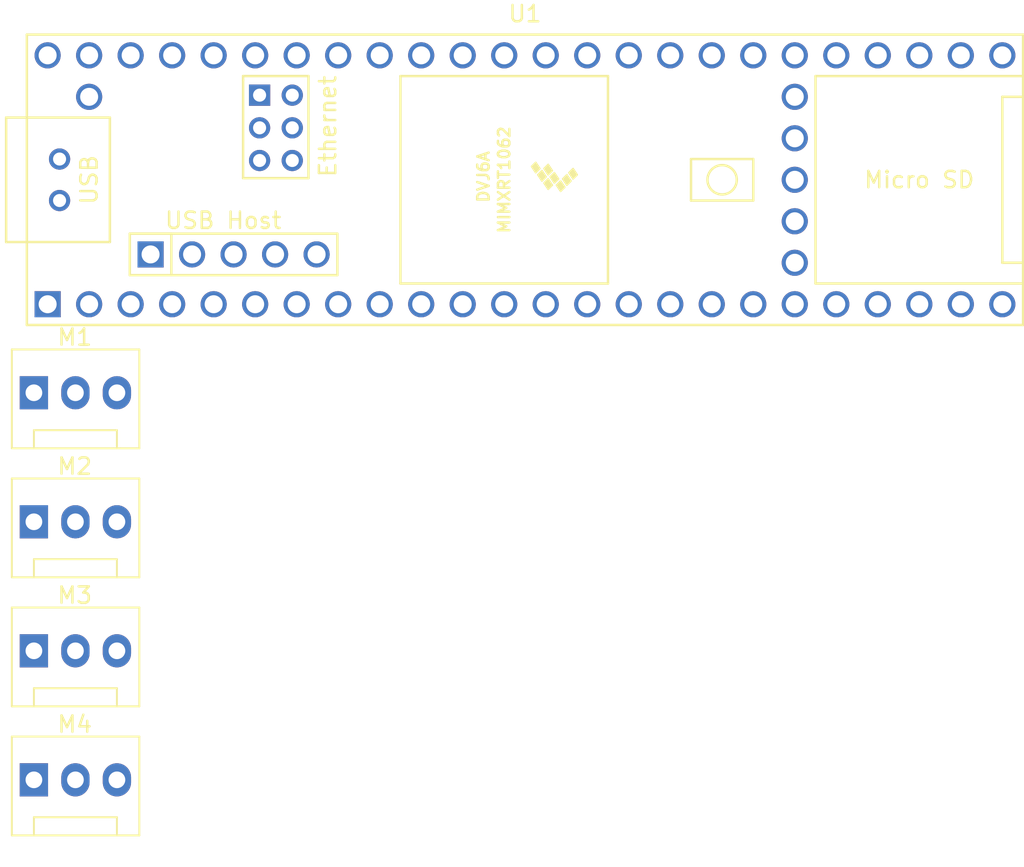
<source format=kicad_pcb>
(kicad_pcb (version 20221018) (generator pcbnew)
  (layers (0 "F.Cu" signal) (31 "B.Cu" signal) (34 "B.Paste" user) (35 "F.Paste" user) (36 "B.SilkS" user "B.Silkscreen") (37 "F.SilkS" user "F.Silkscreen") (38 "B.Mask" user) (39 "F.Mask" user) (44 "Edge.Cuts" user))
  (net 0 "")
  (net 1 "Net-(M1-PWM)")
  (net 3 "Net-(M1--)")
  (net 4 "Net-(M2-PWM)")
  (net 6 "Net-(M3-PWM)")
  (net 8 "Net-(M4-PWM)")
  (footprint "Connector:FanPinHeader_1x03_P2.54mm_Vertical" (layer "F.Cu") (at 116.84 84.66)
    (fp_text reference "M4" (at 2.5 -3.4) (layer "F.SilkS"))
    (fp_text value "Motor_Servo")
    (fp_line (start -1.35 -2.65) (end 6.45 -2.65) (stroke (width 0.12)) (layer "F.SilkS"))
    (fp_line (start -1.35 3.4) (end -1.35 -2.65) (stroke (width 0.12)) (layer "F.SilkS"))
    (fp_line (start 0 2.29) (end 5.08 2.29) (stroke (width 0.12)) (layer "F.SilkS"))
    (fp_line (start 0 3.3) (end 0 2.29) (stroke (width 0.12)) (layer "F.SilkS"))
    (fp_line (start 5.08 2.29) (end 5.08 3.3) (stroke (width 0.12)) (layer "F.SilkS"))
    (fp_line (start 6.45 -2.65) (end 6.45 3.4) (stroke (width 0.12)) (layer "F.SilkS"))
    (fp_line (start 6.45 3.4) (end -1.35 3.4) (stroke (width 0.12)) (layer "F.SilkS"))
    (pad "1" thru_hole rect (at 0 0 90) (size 2.03 1.73) (drill 1.02) (layers "*.Cu" "*.Mask") (net 8 "Net-(M4-PWM)"))
    (pad "2" thru_hole oval (at 2.54 0 90) (size 2.03 1.73) (drill 1.02) (layers "*.Cu" "*.Mask"))
    (pad "3" thru_hole oval (at 5.08 0 90) (size 2.03 1.73) (drill 1.02) (layers "*.Cu" "*.Mask") (net 3 "Net-(M1--)"))
  )
  (footprint "Connector:FanPinHeader_1x03_P2.54mm_Vertical" (layer "F.Cu") (at 116.84 60.96)
    (fp_text reference "M1" (at 2.5 -3.4) (layer "F.SilkS"))
    (fp_text value "Motor_Servo")
    (fp_line (start -1.35 -2.65) (end 6.45 -2.65) (stroke (width 0.12)) (layer "F.SilkS"))
    (fp_line (start -1.35 3.4) (end -1.35 -2.65) (stroke (width 0.12)) (layer "F.SilkS"))
    (fp_line (start 0 2.29) (end 5.08 2.29) (stroke (width 0.12)) (layer "F.SilkS"))
    (fp_line (start 0 3.3) (end 0 2.29) (stroke (width 0.12)) (layer "F.SilkS"))
    (fp_line (start 5.08 2.29) (end 5.08 3.3) (stroke (width 0.12)) (layer "F.SilkS"))
    (fp_line (start 6.45 -2.65) (end 6.45 3.4) (stroke (width 0.12)) (layer "F.SilkS"))
    (fp_line (start 6.45 3.4) (end -1.35 3.4) (stroke (width 0.12)) (layer "F.SilkS"))
    (pad "1" thru_hole rect (at 0 0 90) (size 2.03 1.73) (drill 1.02) (layers "*.Cu" "*.Mask") (net 1 "Net-(M1-PWM)"))
    (pad "2" thru_hole oval (at 2.54 0 90) (size 2.03 1.73) (drill 1.02) (layers "*.Cu" "*.Mask"))
    (pad "3" thru_hole oval (at 5.08 0 90) (size 2.03 1.73) (drill 1.02) (layers "*.Cu" "*.Mask") (net 3 "Net-(M1--)"))
  )
  (footprint "teensy.pretty-master:Teensy41" (layer "F.Cu") (at 146.89 47.92)
    (fp_text reference "U1" (at 0 -10.16) (layer "F.SilkS"))
    (fp_text value "Teensy4.1")
    (fp_text user "DVJ6A" (at -2.54 -0.18 -90) (layer "F.SilkS") (effects (font (size 0.7 0.7))))
    (fp_text user "USB" (at -26.67 0 270) (layer "F.SilkS"))
    (fp_text user "MIMXRT1062" (at -1.27 0 -90) (layer "F.SilkS") (effects (font (size 0.7 0.7))))
    (fp_text user "USB Host" (at -18.4658 2.4892) (layer "F.SilkS"))
    (fp_text user "Micro SD" (at 24.13 0) (layer "F.SilkS"))
    (fp_text user "Ethernet" (at -12.065 -3.2766 90) (layer "F.SilkS"))
    (fp_line (start -31.75 -3.81) (end -30.48 -3.81) (stroke (width 0.15)) (layer "F.SilkS"))
    (fp_line (start -31.75 3.81) (end -31.75 -3.81) (stroke (width 0.15)) (layer "F.SilkS"))
    (fp_line (start -30.48 -8.89) (end 30.48 -8.89) (stroke (width 0.15)) (layer "F.SilkS"))
    (fp_line (start -30.48 3.81) (end -31.75 3.81) (stroke (width 0.15)) (layer "F.SilkS"))
    (fp_line (start -30.48 8.89) (end -30.48 -8.89) (stroke (width 0.15)) (layer "F.SilkS"))
    (fp_line (start -25.4 -3.81) (end -30.48 -3.81) (stroke (width 0.15)) (layer "F.SilkS"))
    (fp_line (start -25.4 3.81) (end -30.48 3.81) (stroke (width 0.15)) (layer "F.SilkS"))
    (fp_line (start -25.4 3.81) (end -25.4 -3.81) (stroke (width 0.15)) (layer "F.SilkS"))
    (fp_line (start -24.1808 3.2992) (end -21.6408 3.2992) (stroke (width 0.15)) (layer "F.SilkS"))
    (fp_line (start -24.1808 3.2992) (end -11.4808 3.2992) (stroke (width 0.15)) (layer "F.SilkS"))
    (fp_line (start -24.1808 5.8392) (end -24.1808 3.2992) (stroke (width 0.15)) (layer "F.SilkS"))
    (fp_line (start -21.6408 3.2992) (end -21.6408 5.8392) (stroke (width 0.15)) (layer "F.SilkS"))
    (fp_line (start -17.25 -6.3516) (end -17.25 -6.1016) (stroke (width 0.15)) (layer "F.SilkS"))
    (fp_line (start -17.25 -6.1016) (end -17.25 -0.1016) (stroke (width 0.15)) (layer "F.SilkS"))
    (fp_line (start -17.25 -0.1016) (end -13.25 -0.1016) (stroke (width 0.15)) (layer "F.SilkS"))
    (fp_line (start -13.25 -6.3516) (end -17.25 -6.3516) (stroke (width 0.15)) (layer "F.SilkS"))
    (fp_line (start -13.25 -0.1016) (end -13.25 -6.3516) (stroke (width 0.15)) (layer "F.SilkS"))
    (fp_line (start -11.4808 3.2992) (end -11.4808 5.8392) (stroke (width 0.15)) (layer "F.SilkS"))
    (fp_line (start -11.4808 5.8392) (end -24.1808 5.8392) (stroke (width 0.15)) (layer "F.SilkS"))
    (fp_line (start -7.62 -6.35) (end -7.62 6.35) (stroke (width 0.15)) (layer "F.SilkS"))
    (fp_line (start -7.62 6.35) (end 5.08 6.35) (stroke (width 0.15)) (layer "F.SilkS"))
    (fp_line (start 5.08 -6.35) (end -7.62 -6.35) (stroke (width 0.15)) (layer "F.SilkS"))
    (fp_line (start 5.08 6.35) (end 5.08 -6.35) (stroke (width 0.15)) (layer "F.SilkS"))
    (fp_line (start 10.16 -1.27) (end 13.97 -1.27) (stroke (width 0.15)) (layer "F.SilkS"))
    (fp_line (start 10.16 1.27) (end 10.16 -1.27) (stroke (width 0.15)) (layer "F.SilkS"))
    (fp_line (start 13.97 -1.27) (end 13.97 1.27) (stroke (width 0.15)) (layer "F.SilkS"))
    (fp_line (start 13.97 1.27) (end 10.16 1.27) (stroke (width 0.15)) (layer "F.SilkS"))
    (fp_line (start 17.78 -6.35) (end 17.78 6.35) (stroke (width 0.15)) (layer "F.SilkS"))
    (fp_line (start 17.78 6.35) (end 30.48 6.35) (stroke (width 0.15)) (layer "F.SilkS"))
    (fp_line (start 29.21 -5.08) (end 29.21 5.08) (stroke (width 0.15)) (layer "F.SilkS"))
    (fp_line (start 29.21 5.08) (end 30.48 5.08) (stroke (width 0.15)) (layer "F.SilkS"))
    (fp_line (start 30.48 -8.89) (end 30.48 8.89) (stroke (width 0.15)) (layer "F.SilkS"))
    (fp_line (start 30.48 -6.35) (end 17.78 -6.35) (stroke (width 0.15)) (layer "F.SilkS"))
    (fp_line (start 30.48 -5.08) (end 29.21 -5.08) (stroke (width 0.15)) (layer "F.SilkS"))
    (fp_line (start 30.48 8.89) (end -30.48 8.89) (stroke (width 0.15)) (layer "F.SilkS"))
    (fp_circle (center 12.065 0) (end 12.7 -0.635) (stroke (width 0.15)) (fill none) (layer "F.SilkS"))
    (fp_poly (pts (xy 0.911 -0.688) (xy 0.657 -0.434) (xy 0.403 -0.815) (xy 0.657 -1.069)) (stroke (width 0.1)) (fill solid) (layer "F.SilkS"))
    (fp_poly (pts (xy 1.292 -0.18) (xy 1.038 0.074) (xy 0.784 -0.307) (xy 1.038 -0.561)) (stroke (width 0.1)) (fill solid) (layer "F.SilkS"))
    (fp_poly (pts (xy 1.673 -0.561) (xy 1.419 -0.307) (xy 1.165 -0.688) (xy 1.419 -0.942)) (stroke (width 0.1)) (fill solid) (layer "F.SilkS"))
    (fp_poly (pts (xy 1.673 0.328) (xy 1.419 0.582) (xy 1.165 0.201) (xy 1.419 -0.053)) (stroke (width 0.1)) (fill solid) (layer "F.SilkS"))
    (fp_poly (pts (xy 2.054 -0.053) (xy 1.8 0.201) (xy 1.546 -0.18) (xy 1.8 -0.434)) (stroke (width 0.1)) (fill solid) (layer "F.SilkS"))
    (fp_poly (pts (xy 2.435 0.455) (xy 2.181 0.709) (xy 1.927 0.328) (xy 2.181 0.074)) (stroke (width 0.1)) (fill solid) (layer "F.SilkS"))
    (fp_poly (pts (xy 2.816 0.074) (xy 2.562 0.328) (xy 2.308 -0.053) (xy 2.562 -0.307)) (stroke (width 0.1)) (fill solid) (layer "F.SilkS"))
    (fp_poly (pts (xy 3.197 -0.307) (xy 2.943 -0.053) (xy 2.689 -0.434) (xy 2.943 -0.688)) (stroke (width 0.1)) (fill solid) (layer "F.SilkS"))
    (pad "1" thru_hole rect (at -29.21 7.62) (size 1.6 1.6) (drill 1.1) (layers "*.Cu" "*.Mask") (net 3 "Net-(M1--)"))
    (pad "2" thru_hole circle (at -26.67 7.62) (size 1.6 1.6) (drill 1.1) (layers "*.Cu" "*.Mask"))
    (pad "3" thru_hole circle (at -24.13 7.62) (size 1.6 1.6) (drill 1.1) (layers "*.Cu" "*.Mask"))
    (pad "4" thru_hole circle (at -21.59 7.62) (size 1.6 1.6) (drill 1.1) (layers "*.Cu" "*.Mask"))
    (pad "5" thru_hole circle (at -19.05 7.62) (size 1.6 1.6) (drill 1.1) (layers "*.Cu" "*.Mask"))
    (pad "6" thru_hole circle (at -16.51 7.62) (size 1.6 1.6) (drill 1.1) (layers "*.Cu" "*.Mask") (net 1 "Net-(M1-PWM)"))
    (pad "7" thru_hole circle (at -13.97 7.62) (size 1.6 1.6) (drill 1.1) (layers "*.Cu" "*.Mask") (net 4 "Net-(M2-PWM)"))
    (pad "8" thru_hole circle (at -11.43 7.62) (size 1.6 1.6) (drill 1.1) (layers "*.Cu" "*.Mask") (net 6 "Net-(M3-PWM)"))
    (pad "9" thru_hole circle (at -8.89 7.62) (size 1.6 1.6) (drill 1.1) (layers "*.Cu" "*.Mask") (net 8 "Net-(M4-PWM)"))
    (pad "10" thru_hole circle (at -6.35 7.62) (size 1.6 1.6) (drill 1.1) (layers "*.Cu" "*.Mask"))
    (pad "11" thru_hole circle (at -3.81 7.62) (size 1.6 1.6) (drill 1.1) (layers "*.Cu" "*.Mask"))
    (pad "12" thru_hole circle (at -1.27 7.62) (size 1.6 1.6) (drill 1.1) (layers "*.Cu" "*.Mask"))
    (pad "13" thru_hole circle (at 1.27 7.62) (size 1.6 1.6) (drill 1.1) (layers "*.Cu" "*.Mask"))
    (pad "14" thru_hole circle (at 3.81 7.62) (size 1.6 1.6) (drill 1.1) (layers "*.Cu" "*.Mask"))
    (pad "15" thru_hole circle (at 6.35 7.62) (size 1.6 1.6) (drill 1.1) (layers "*.Cu" "*.Mask"))
    (pad "16" thru_hole circle (at 8.89 7.62) (size 1.6 1.6) (drill 1.1) (layers "*.Cu" "*.Mask"))
    (pad "17" thru_hole circle (at 11.43 7.62) (size 1.6 1.6) (drill 1.1) (layers "*.Cu" "*.Mask"))
    (pad "18" thru_hole circle (at 13.97 7.62) (size 1.6 1.6) (drill 1.1) (layers "*.Cu" "*.Mask"))
    (pad "19" thru_hole circle (at 16.51 7.62) (size 1.6 1.6) (drill 1.1) (layers "*.Cu" "*.Mask"))
    (pad "20" thru_hole circle (at 19.05 7.62) (size 1.6 1.6) (drill 1.1) (layers "*.Cu" "*.Mask"))
    (pad "21" thru_hole circle (at 21.59 7.62) (size 1.6 1.6) (drill 1.1) (layers "*.Cu" "*.Mask"))
    (pad "22" thru_hole circle (at 24.13 7.62) (size 1.6 1.6) (drill 1.1) (layers "*.Cu" "*.Mask"))
    (pad "23" thru_hole circle (at 26.67 7.62) (size 1.6 1.6) (drill 1.1) (layers "*.Cu" "*.Mask"))
    (pad "24" thru_hole circle (at 29.21 7.62) (size 1.6 1.6) (drill 1.1) (layers "*.Cu" "*.Mask"))
    (pad "25" thru_hole circle (at 29.21 -7.62) (size 1.6 1.6) (drill 1.1) (layers "*.Cu" "*.Mask"))
    (pad "26" thru_hole circle (at 26.67 -7.62) (size 1.6 1.6) (drill 1.1) (layers "*.Cu" "*.Mask"))
    (pad "27" thru_hole circle (at 24.13 -7.62) (size 1.6 1.6) (drill 1.1) (layers "*.Cu" "*.Mask"))
    (pad "28" thru_hole circle (at 21.59 -7.62) (size 1.6 1.6) (drill 1.1) (layers "*.Cu" "*.Mask"))
    (pad "29" thru_hole circle (at 19.05 -7.62) (size 1.6 1.6) (drill 1.1) (layers "*.Cu" "*.Mask"))
    (pad "30" thru_hole circle (at 16.51 -7.62) (size 1.6 1.6) (drill 1.1) (layers "*.Cu" "*.Mask"))
    (pad "31" thru_hole circle (at 13.97 -7.62) (size 1.6 1.6) (drill 1.1) (layers "*.Cu" "*.Mask"))
    (pad "32" thru_hole circle (at 11.43 -7.62) (size 1.6 1.6) (drill 1.1) (layers "*.Cu" "*.Mask"))
    (pad "33" thru_hole circle (at 8.89 -7.62) (size 1.6 1.6) (drill 1.1) (layers "*.Cu" "*.Mask"))
    (pad "34" thru_hole circle (at 6.35 -7.62) (size 1.6 1.6) (drill 1.1) (layers "*.Cu" "*.Mask"))
    (pad "35" thru_hole circle (at 3.81 -7.62) (size 1.6 1.6) (drill 1.1) (layers "*.Cu" "*.Mask"))
    (pad "36" thru_hole circle (at 1.27 -7.62) (size 1.6 1.6) (drill 1.1) (layers "*.Cu" "*.Mask"))
    (pad "37" thru_hole circle (at -1.27 -7.62) (size 1.6 1.6) (drill 1.1) (layers "*.Cu" "*.Mask"))
    (pad "38" thru_hole circle (at -3.81 -7.62) (size 1.6 1.6) (drill 1.1) (layers "*.Cu" "*.Mask"))
    (pad "39" thru_hole circle (at -6.35 -7.62) (size 1.6 1.6) (drill 1.1) (layers "*.Cu" "*.Mask"))
    (pad "40" thru_hole circle (at -8.89 -7.62) (size 1.6 1.6) (drill 1.1) (layers "*.Cu" "*.Mask"))
    (pad "41" thru_hole circle (at -11.43 -7.62) (size 1.6 1.6) (drill 1.1) (layers "*.Cu" "*.Mask"))
    (pad "42" thru_hole circle (at -13.97 -7.62) (size 1.6 1.6) (drill 1.1) (layers "*.Cu" "*.Mask"))
    (pad "43" thru_hole circle (at -16.51 -7.62) (size 1.6 1.6) (drill 1.1) (layers "*.Cu" "*.Mask"))
    (pad "44" thru_hole circle (at -19.05 -7.62) (size 1.6 1.6) (drill 1.1) (layers "*.Cu" "*.Mask"))
    (pad "45" thru_hole circle (at -21.59 -7.62) (size 1.6 1.6) (drill 1.1) (layers "*.Cu" "*.Mask"))
    (pad "46" thru_hole circle (at -24.13 -7.62) (size 1.6 1.6) (drill 1.1) (layers "*.Cu" "*.Mask"))
    (pad "47" thru_hole circle (at -26.67 -7.62) (size 1.6 1.6) (drill 1.1) (layers "*.Cu" "*.Mask"))
    (pad "48" thru_hole circle (at -29.21 -7.62) (size 1.6 1.6) (drill 1.1) (layers "*.Cu" "*.Mask"))
    (pad "49" thru_hole circle (at -26.67 -5.08) (size 1.6 1.6) (drill 1.1) (layers "*.Cu" "*.Mask"))
    (pad "50" thru_hole circle (at 16.51 5.08) (size 1.6 1.6) (drill 1.1) (layers "*.Cu" "*.Mask"))
    (pad "51" thru_hole circle (at 16.51 2.54) (size 1.6 1.6) (drill 1.1) (layers "*.Cu" "*.Mask"))
    (pad "52" thru_hole circle (at 16.51 0) (size 1.6 1.6) (drill 1.1) (layers "*.Cu" "*.Mask"))
    (pad "53" thru_hole circle (at 16.51 -2.54) (size 1.6 1.6) (drill 1.1) (layers "*.Cu" "*.Mask"))
    (pad "54" thru_hole circle (at 16.51 -5.08) (size 1.6 1.6) (drill 1.1) (layers "*.Cu" "*.Mask"))
    (pad "55" thru_hole rect (at -22.9108 4.5692) (size 1.6 1.6) (drill 1.1) (layers "*.Cu" "*.Mask"))
    (pad "56" thru_hole circle (at -20.3708 4.5692) (size 1.6 1.6) (drill 1.1) (layers "*.Cu" "*.Mask"))
    (pad "57" thru_hole circle (at -17.8308 4.5692) (size 1.6 1.6) (drill 1.1) (layers "*.Cu" "*.Mask"))
    (pad "58" thru_hole circle (at -15.2908 4.5692) (size 1.6 1.6) (drill 1.1) (layers "*.Cu" "*.Mask"))
    (pad "59" thru_hole circle (at -12.7508 4.5692) (size 1.6 1.6) (drill 1.1) (layers "*.Cu" "*.Mask"))
    (pad "60" thru_hole rect (at -16.24 -5.1816) (size 1.3 1.3) (drill 0.8) (layers "*.Cu" "*.Mask"))
    (pad "61" thru_hole circle (at -16.24 -3.1816) (size 1.3 1.3) (drill 0.8) (layers "*.Cu" "*.Mask"))
    (pad "62" thru_hole circle (at -16.24 -1.1816) (size 1.3 1.3) (drill 0.8) (layers "*.Cu" "*.Mask"))
    (pad "63" thru_hole circle (at -14.24 -1.1816) (size 1.3 1.3) (drill 0.8) (layers "*.Cu" "*.Mask"))
    (pad "64" thru_hole circle (at -14.24 -3.1816) (size 1.3 1.3) (drill 0.8) (layers "*.Cu" "*.Mask"))
    (pad "65" thru_hole circle (at -14.24 -5.1816) (size 1.3 1.3) (drill 0.8) (layers "*.Cu" "*.Mask"))
    (pad "66" thru_hole circle (at -28.48 -1.27) (size 1.3 1.3) (drill 0.8) (layers "*.Cu" "*.Mask"))
    (pad "67" thru_hole circle (at -28.48 1.27) (size 1.3 1.3) (drill 0.8) (layers "*.Cu" "*.Mask"))
  )
  (footprint "Connector:FanPinHeader_1x03_P2.54mm_Vertical" (layer "F.Cu") (at 116.84 68.86)
    (fp_text reference "M2" (at 2.5 -3.4) (layer "F.SilkS"))
    (fp_text value "Motor_Servo")
    (fp_line (start -1.35 -2.65) (end 6.45 -2.65) (stroke (width 0.12)) (layer "F.SilkS"))
    (fp_line (start -1.35 3.4) (end -1.35 -2.65) (stroke (width 0.12)) (layer "F.SilkS"))
    (fp_line (start 0 2.29) (end 5.08 2.29) (stroke (width 0.12)) (layer "F.SilkS"))
    (fp_line (start 0 3.3) (end 0 2.29) (stroke (width 0.12)) (layer "F.SilkS"))
    (fp_line (start 5.08 2.29) (end 5.08 3.3) (stroke (width 0.12)) (layer "F.SilkS"))
    (fp_line (start 6.45 -2.65) (end 6.45 3.4) (stroke (width 0.12)) (layer "F.SilkS"))
    (fp_line (start 6.45 3.4) (end -1.35 3.4) (stroke (width 0.12)) (layer "F.SilkS"))
    (pad "1" thru_hole rect (at 0 0 90) (size 2.03 1.73) (drill 1.02) (layers "*.Cu" "*.Mask") (net 4 "Net-(M2-PWM)"))
    (pad "2" thru_hole oval (at 2.54 0 90) (size 2.03 1.73) (drill 1.02) (layers "*.Cu" "*.Mask"))
    (pad "3" thru_hole oval (at 5.08 0 90) (size 2.03 1.73) (drill 1.02) (layers "*.Cu" "*.Mask") (net 3 "Net-(M1--)"))
  )
  (footprint "Connector:FanPinHeader_1x03_P2.54mm_Vertical" (layer "F.Cu") (at 116.84 76.76)
    (fp_text reference "M3" (at 2.5 -3.4) (layer "F.SilkS"))
    (fp_text value "Motor_Servo")
    (fp_line (start -1.35 -2.65) (end 6.45 -2.65) (stroke (width 0.12)) (layer "F.SilkS"))
    (fp_line (start -1.35 3.4) (end -1.35 -2.65) (stroke (width 0.12)) (layer "F.SilkS"))
    (fp_line (start 0 2.29) (end 5.08 2.29) (stroke (width 0.12)) (layer "F.SilkS"))
    (fp_line (start 0 3.3) (end 0 2.29) (stroke (width 0.12)) (layer "F.SilkS"))
    (fp_line (start 5.08 2.29) (end 5.08 3.3) (stroke (width 0.12)) (layer "F.SilkS"))
    (fp_line (start 6.45 -2.65) (end 6.45 3.4) (stroke (width 0.12)) (layer "F.SilkS"))
    (fp_line (start 6.45 3.4) (end -1.35 3.4) (stroke (width 0.12)) (layer "F.SilkS"))
    (pad "1" thru_hole rect (at 0 0 90) (size 2.03 1.73) (drill 1.02) (layers "*.Cu" "*.Mask") (net 6 "Net-(M3-PWM)"))
    (pad "2" thru_hole oval (at 2.54 0 90) (size 2.03 1.73) (drill 1.02) (layers "*.Cu" "*.Mask"))
    (pad "3" thru_hole oval (at 5.08 0 90) (size 2.03 1.73) (drill 1.02) (layers "*.Cu" "*.Mask") (net 3 "Net-(M1--)"))
  )
)
</source>
